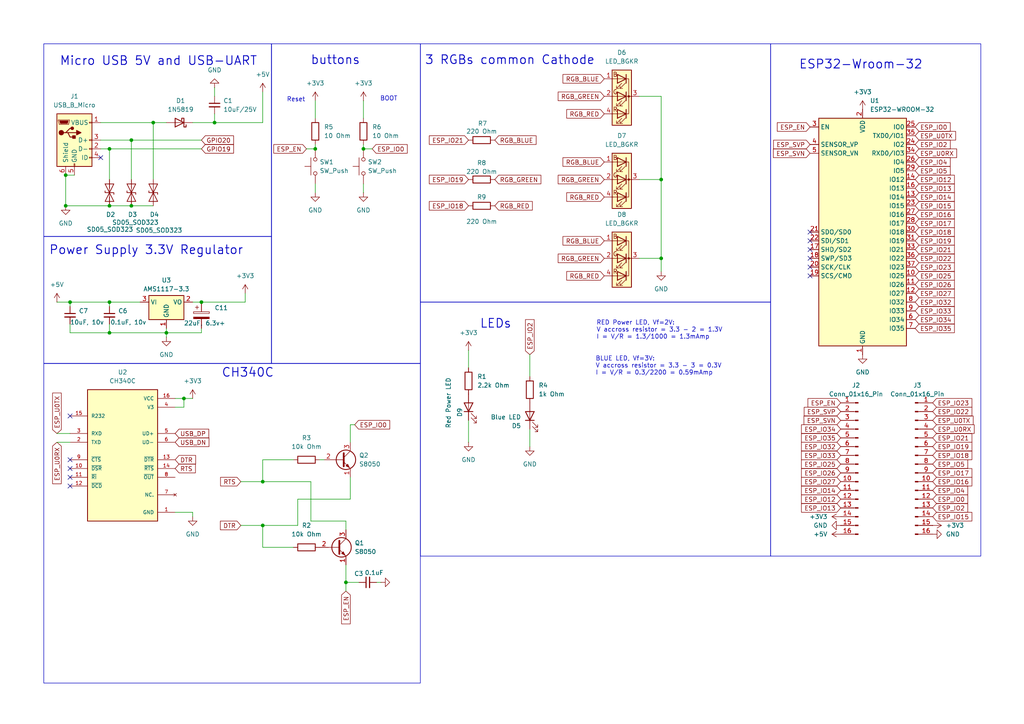
<source format=kicad_sch>
(kicad_sch (version 20250114) (generator "eeschema") (generator_version "9.0")
  (paper "A4")
  (title_block (title "customESP32S by Eng/Ahmed Adel") (date "2025-09-23") (rev "V1_1"))
  (lib_symbols
    (symbol "CH340C:CH340C" (pin_names (offset 1.016))
      (property "Reference" "U" (at -10.16 20.955 0))
      (property "Value" "CH340C" (at -10.16 -20.32 0))
      (symbol "CH340C_0_0"
        (pin input line (at -15.24 12.7 0) (length 5.08) (name "R232") (number "15"))
        (pin input line (at -15.24 7.62 0) (length 5.08) (name "RXD") (number "3"))
        (pin output line (at -15.24 5.08 0) (length 5.08) (name "TXD") (number "2"))
        (pin input line (at -15.24 0 0) (length 5.08) (name "~{CTS}") (number "9"))
        (pin input line (at -15.24 -2.54 0) (length 5.08) (name "~{DSR}") (number "10"))
        (pin input line (at -15.24 -5.08 0) (length 5.08) (name "~{RI}") (number "11"))
        (pin input line (at -15.24 -7.62 0) (length 5.08) (name "~{DCD}") (number "12"))
        (pin power_in line (at 15.24 17.78 180) (length 5.08) (name "VCC") (number "16"))
        (pin power_in line (at 15.24 15.24 180) (length 5.08) (name "V3") (number "4"))
        (pin bidirectional line (at 15.24 7.62 180) (length 5.08) (name "UD+") (number "5"))
        (pin bidirectional line (at 15.24 5.08 180) (length 5.08) (name "UD-") (number "6"))
        (pin output line (at 15.24 0 180) (length 5.08) (name "~{DTR}") (number "13"))
        (pin output line (at 15.24 -2.54 180) (length 5.08) (name "~{RTS}") (number "14"))
        (pin output line (at 15.24 -5.08 180) (length 5.08) (name "~{OUT}") (number "8"))
        (pin no_connect line (at 15.24 -10.16 180) (length 5.08) (name "NC.") (number "7"))
        (pin power_in line (at 15.24 -15.24 180) (length 5.08) (name "GND") (number "1"))
      )
    )
    (symbol "Connector:Conn_01x16_Pin" (pin_names (offset 1.016) (hide yes))
      (property "Reference" "J" (at 0 20.32 0))
      (property "Value" "Conn_01x16_Pin" (at 0 -22.86 0))
      (symbol "Conn_01x16_Pin_1_1"
        (pin passive line (at 5.08 17.78 180) (length 3.81) (name "Pin_1") (number "1"))
        (pin passive line (at 5.08 15.24 180) (length 3.81) (name "Pin_2") (number "2"))
        (pin passive line (at 5.08 12.7 180) (length 3.81) (name "Pin_3") (number "3"))
        (pin passive line (at 5.08 10.16 180) (length 3.81) (name "Pin_4") (number "4"))
        (pin passive line (at 5.08 7.62 180) (length 3.81) (name "Pin_5") (number "5"))
        (pin passive line (at 5.08 5.08 180) (length 3.81) (name "Pin_6") (number "6"))
        (pin passive line (at 5.08 2.54 180) (length 3.81) (name "Pin_7") (number "7"))
        (pin passive line (at 5.08 0 180) (length 3.81) (name "Pin_8") (number "8"))
        (pin passive line (at 5.08 -2.54 180) (length 3.81) (name "Pin_9") (number "9"))
        (pin passive line (at 5.08 -5.08 180) (length 3.81) (name "Pin_10") (number "10"))
        (pin passive line (at 5.08 -7.62 180) (length 3.81) (name "Pin_11") (number "11"))
        (pin passive line (at 5.08 -10.16 180) (length 3.81) (name "Pin_12") (number "12"))
        (pin passive line (at 5.08 -12.7 180) (length 3.81) (name "Pin_13") (number "13"))
        (pin passive line (at 5.08 -15.24 180) (length 3.81) (name "Pin_14") (number "14"))
        (pin passive line (at 5.08 -17.78 180) (length 3.81) (name "Pin_15") (number "15"))
        (pin passive line (at 5.08 -20.32 180) (length 3.81) (name "Pin_16") (number "16"))
      )
    )
    (symbol "Connector:USB_B_Micro" (pin_names (offset 1.016))
      (property "Reference" "J" (at -5.08 11.43 0))
      (property "Value" "USB_B_Micro" (at -5.08 8.89 0))
      (symbol "USB_B_Micro_1_1"
        (pin passive line (at -2.54 -10.16 90) (length 2.54) (name "Shield") (number "6"))
        (pin power_out line (at 0 -10.16 90) (length 2.54) (name "GND") (number "5"))
        (pin power_out line (at 7.62 5.08 180) (length 2.54) (name "VBUS") (number "1"))
        (pin bidirectional line (at 7.62 0 180) (length 2.54) (name "D+") (number "3"))
        (pin bidirectional line (at 7.62 -2.54 180) (length 2.54) (name "D-") (number "2"))
        (pin passive line (at 7.62 -5.08 180) (length 2.54) (name "ID") (number "4"))
      )
    )
    (symbol "Device:C_Polarized" (pin_numbers (hide yes)) (pin_names (offset 0.254))
      (property "Reference" "C" (at 0.635 2.54 0))
      (property "Value" "C_Polarized" (at 0.635 -2.54 0))
      (symbol "C_Polarized_1_1"
        (pin passive line (at 0 3.81 270) (length 2.794) (name "~") (number "1"))
        (pin passive line (at 0 -3.81 90) (length 2.794) (name "~") (number "2"))
      )
    )
    (symbol "Device:C_Small" (pin_numbers (hide yes)) (pin_names (offset 0.254) (hide yes))
      (property "Reference" "C" (at 0.254 1.778 0))
      (property "Value" "C_Small" (at 0.254 -2.032 0))
      (symbol "C_Small_1_1"
        (pin passive line (at 0 2.54 270) (length 2.032) (name "~") (number "1"))
        (pin passive line (at 0 -2.54 90) (length 2.032) (name "~") (number "2"))
      )
    )
    (symbol "Device:LED" (pin_numbers (hide yes)) (pin_names (offset 1.016) (hide yes))
      (property "Reference" "D" (at 0 2.54 0))
      (property "Value" "LED" (at 0 -2.54 0))
      (symbol "LED_1_1"
        (pin passive line (at -3.81 0 0) (length 2.54) (name "K") (number "1"))
        (pin passive line (at 3.81 0 180) (length 2.54) (name "A") (number "2"))
      )
    )
    (symbol "Device:LED_BGKR" (pin_names (offset 0) (hide yes))
      (property "Reference" "D" (at 0 9.398 0))
      (property "Value" "LED_BGKR" (at 0 -8.89 0))
      (symbol "LED_BGKR_0_0"
        (text "R" (at 1.905 3.81 0) (effects (font (size 1.27 1.27))))
        (text "G" (at 1.905 -1.27 0) (effects (font (size 1.27 1.27))))
        (text "B" (at 1.905 -6.35 0) (effects (font (size 1.27 1.27))))
      )
      (symbol "LED_BGKR_1_1"
        (pin passive line (at -5.08 0 0) (length 2.54) (name "K") (number "3"))
        (pin passive line (at 5.08 5.08 180) (length 2.54) (name "RA") (number "4"))
        (pin passive line (at 5.08 0 180) (length 2.54) (name "GA") (number "2"))
        (pin passive line (at 5.08 -5.08 180) (length 2.54) (name "BA") (number "1"))
      )
    )
    (symbol "Device:R" (pin_numbers (hide yes)) (pin_names (offset 0))
      (property "Reference" "R" (at 2.032 0 90))
      (property "Value" "R" (at 0 0 90))
      (symbol "R_1_1"
        (pin passive line (at 0 3.81 270) (length 1.27) (name "~") (number "1"))
        (pin passive line (at 0 -3.81 90) (length 1.27) (name "~") (number "2"))
      )
    )
    (symbol "Diode:1N5819" (pin_numbers (hide yes)) (pin_names (offset 1.016) (hide yes))
      (property "Reference" "D" (at 0 2.54 0))
      (property "Value" "1N5819" (at 0 -2.54 0))
      (symbol "1N5819_1_1"
        (pin passive line (at -3.81 0 0) (length 2.54) (name "K") (number "1"))
        (pin passive line (at 3.81 0 180) (length 2.54) (name "A") (number "2"))
      )
    )
    (symbol "Diode:SD05_SOD323" (pin_numbers (hide yes)) (pin_names (offset 1.016) (hide yes))
      (property "Reference" "D" (at 0 2.54 0))
      (property "Value" "SD05_SOD323" (at 0 -2.54 0))
      (symbol "SD05_SOD323_1_1"
        (pin passive line (at -3.81 0 0) (length 2.54) (name "A1") (number "1"))
        (pin passive line (at 3.81 0 180) (length 2.54) (name "A2") (number "2"))
      )
    )
    (symbol "RF_Module:ESP32-WROOM-32"
      (property "Reference" "U" (at -12.7 34.29 0))
      (property "Value" "ESP32-WROOM-32" (at 1.27 34.29 0))
      (symbol "ESP32-WROOM-32_1_1"
        (pin input line (at -15.24 30.48 0) (length 2.54) (name "EN") (number "3"))
        (pin input line (at -15.24 25.4 0) (length 2.54) (name "SENSOR_VP") (number "4"))
        (pin input line (at -15.24 22.86 0) (length 2.54) (name "SENSOR_VN") (number "5"))
        (pin bidirectional line (at -15.24 0 0) (length 2.54) (name "SDO/SD0") (number "21"))
        (pin bidirectional line (at -15.24 -2.54 0) (length 2.54) (name "SDI/SD1") (number "22"))
        (pin bidirectional line (at -15.24 -5.08 0) (length 2.54) (name "SHD/SD2") (number "17"))
        (pin bidirectional line (at -15.24 -7.62 0) (length 2.54) (name "SWP/SD3") (number "18"))
        (pin bidirectional line (at -15.24 -10.16 0) (length 2.54) (name "SCK/CLK") (number "20"))
        (pin bidirectional line (at -15.24 -12.7 0) (length 2.54) (name "SCS/CMD") (number "19"))
        (pin no_connect line (at -12.7 -27.94 0) (length 2.54) (hide yes) (name "NC") (number "32"))
        (pin power_in line (at 0 35.56 270) (length 2.54) (name "VDD") (number "2"))
        (pin power_in line (at 0 -35.56 90) (length 2.54) (name "GND") (number "1"))
        (pin passive line (at 0 -35.56 90) (length 2.54) (hide yes) (name "GND") (number "15"))
        (pin passive line (at 0 -35.56 90) (length 2.54) (hide yes) (name "GND") (number "38"))
        (pin passive line (at 0 -35.56 90) (length 2.54) (hide yes) (name "GND") (number "39"))
        (pin bidirectional line (at 15.24 30.48 180) (length 2.54) (name "IO0") (number "25"))
        (pin bidirectional line (at 15.24 27.94 180) (length 2.54) (name "TXD0/IO1") (number "35"))
        (pin bidirectional line (at 15.24 25.4 180) (length 2.54) (name "IO2") (number "24"))
        (pin bidirectional line (at 15.24 22.86 180) (length 2.54) (name "RXD0/IO3") (number "34"))
        (pin bidirectional line (at 15.24 20.32 180) (length 2.54) (name "IO4") (number "26"))
        (pin bidirectional line (at 15.24 17.78 180) (length 2.54) (name "IO5") (number "29"))
        (pin bidirectional line (at 15.24 15.24 180) (length 2.54) (name "IO12") (number "14"))
        (pin bidirectional line (at 15.24 12.7 180) (length 2.54) (name "IO13") (number "16"))
        (pin bidirectional line (at 15.24 10.16 180) (length 2.54) (name "IO14") (number "13"))
        (pin bidirectional line (at 15.24 7.62 180) (length 2.54) (name "IO15") (number "23"))
        (pin bidirectional line (at 15.24 5.08 180) (length 2.54) (name "IO16") (number "27"))
        (pin bidirectional line (at 15.24 2.54 180) (length 2.54) (name "IO17") (number "28"))
        (pin bidirectional line (at 15.24 0 180) (length 2.54) (name "IO18") (number "30"))
        (pin bidirectional line (at 15.24 -2.54 180) (length 2.54) (name "IO19") (number "31"))
        (pin bidirectional line (at 15.24 -5.08 180) (length 2.54) (name "IO21") (number "33"))
        (pin bidirectional line (at 15.24 -7.62 180) (length 2.54) (name "IO22") (number "36"))
        (pin bidirectional line (at 15.24 -10.16 180) (length 2.54) (name "IO23") (number "37"))
        (pin bidirectional line (at 15.24 -12.7 180) (length 2.54) (name "IO25") (number "10"))
        (pin bidirectional line (at 15.24 -15.24 180) (length 2.54) (name "IO26") (number "11"))
        (pin bidirectional line (at 15.24 -17.78 180) (length 2.54) (name "IO27") (number "12"))
        (pin bidirectional line (at 15.24 -20.32 180) (length 2.54) (name "IO32") (number "8"))
        (pin bidirectional line (at 15.24 -22.86 180) (length 2.54) (name "IO33") (number "9"))
        (pin input line (at 15.24 -25.4 180) (length 2.54) (name "IO34") (number "6"))
        (pin input line (at 15.24 -27.94 180) (length 2.54) (name "IO35") (number "7"))
      )
    )
    (symbol "Regulator_Linear:AMS1117-3.3"
      (property "Reference" "U" (at -3.81 3.175 0))
      (property "Value" "AMS1117-3.3" (at 0 3.175 0))
      (symbol "AMS1117-3.3_1_1"
        (pin power_in line (at -7.62 0 0) (length 2.54) (name "VI") (number "3"))
        (pin power_in line (at 0 -7.62 90) (length 2.54) (name "GND") (number "1"))
        (pin power_out line (at 7.62 0 180) (length 2.54) (name "VO") (number "2"))
      )
    )
    (symbol "Switch:SW_Push" (pin_numbers (hide yes)) (pin_names (offset 1.016) (hide yes))
      (property "Reference" "SW" (at 1.27 2.54 0))
      (property "Value" "SW_Push" (at 0 -1.524 0))
      (symbol "SW_Push_0_1"
        (pin passive line (at -5.08 0 0) (length 2.54) (name "1") (number "1"))
        (pin passive line (at 5.08 0 180) (length 2.54) (name "2") (number "2"))
      )
    )
    (symbol "Transistor_BJT:S8050" (pin_names (offset 0) (hide yes))
      (property "Reference" "Q" (at 5.08 1.905 0))
      (property "Value" "S8050" (at 5.08 0 0))
      (symbol "S8050_1_1"
        (pin input line (at -5.08 0 0) (length 2.54) (name "B") (number "2"))
        (pin passive line (at 2.54 5.08 270) (length 2.54) (name "C") (number "3"))
        (pin passive line (at 2.54 -5.08 90) (length 2.54) (name "E") (number "1"))
      )
    )
    (symbol "power:+3V3" (power) (pin_numbers (hide yes)) (pin_names (offset 0) (hide yes))
      (property "Value" "+3V3" (at 0 3.556 0))
      (symbol "+3V3_1_1"
        (pin power_in line (at 0 0 90) (length 0) (name "~") (number "1"))
      )
    )
    (symbol "power:+5V" (power) (pin_numbers (hide yes)) (pin_names (offset 0) (hide yes))
      (property "Value" "+5V" (at 0 3.556 0))
      (symbol "+5V_1_1"
        (pin power_in line (at 0 0 90) (length 0) (name "~") (number "1"))
      )
    )
    (symbol "power:GND" (power) (pin_numbers (hide yes)) (pin_names (offset 0) (hide yes))
      (property "Value" "GND" (at 0 -3.81 0))
      (symbol "GND_1_1"
        (pin power_in line (at 0 0 270) (length 0) (name "~") (number "1"))
      )
    )
  )
  (rectangle (start 78.74 12.7) (end 121.92 105.41))
  (rectangle (start 12.7 105.41) (end 121.92 198.12))
  (rectangle (start 223.52 12.7) (end 284.48 161.29))
  (rectangle (start 12.7 12.7) (end 78.74 68.58))
  (rectangle (start 121.92 87.63) (end 223.52 161.29))
  (rectangle (start 12.7 68.58) (end 78.74 105.41))
  (rectangle (start 121.92 12.7) (end 223.52 87.63))
  (text "3 RGBs common Cathode " (at 148.844 17.526 0) (effects (font (size 2.54 2.54) (thickness 0.254) (bold yes))))
  (text "buttons" (at 97.282 17.526 0) (effects (font (size 2.54 2.54) (thickness 0.254) (bold yes))))
  (text "BOOT\n" (at 112.776 28.702 0) (effects (font (size 1.27 1.27))))
  (text "Power Supply 3.3V Regulator\n" (at 42.418 72.644 0) (effects (font (size 2.54 2.54) (thickness 0.254) (bold yes))))
  (text "LEDs" (at 143.764 93.98 0) (effects (font (size 2.54 2.54) (thickness 0.254) (bold yes))))
  (text "ESP32-Wroom-32\n" (at 249.682 18.796 0) (effects (font (size 2.54 2.54) (thickness 0.254) (bold yes))))
  (text "Reset\n" (at 85.852 28.956 0) (effects (font (size 1.27 1.27))))
  (text "BLUE LED, Vf=3V:\nV accross resistor = 3.3 - 3 = 0.3V\nI = V/R = 0.3/2200 = 0.59mAmp" (at 172.72 106.172 0) (effects (font (size 1.27 1.27)) (justify left)))
  (text "Micro USB 5V and USB-UART" (at 45.974 17.78 0) (effects (font (size 2.54 2.54) (thickness 0.254) (bold yes))))
  (text "CH340C\n" (at 71.882 108.204 0) (effects (font (size 2.54 2.54) (thickness 0.254) (bold yes))))
  (text "RED Power LED, Vf=2V:\nV accross resistor = 3.3 - 2 = 1.3V\nI = V/R = 1.3/1000 = 1.3mAmp" (at 172.974 95.758 0) (effects (font (size 1.27 1.27)) (justify left)))
  (junction (at 105.41 43.18))
  (junction (at 38.1 59.69))
  (junction (at 100.33 168.91))
  (junction (at 62.23 35.56))
  (junction (at 53.34 115.57))
  (junction (at 31.75 59.69))
  (junction (at 76.2 139.7))
  (junction (at 191.77 52.07))
  (junction (at 31.75 96.52))
  (junction (at 76.2 152.4))
  (junction (at 31.75 43.18))
  (junction (at 20.32 87.63))
  (junction (at 48.26 96.52))
  (junction (at 19.05 50.8))
  (junction (at 44.45 35.56))
  (junction (at 31.75 87.63))
  (junction (at 191.77 74.93))
  (junction (at 38.1 40.64))
  (junction (at 91.44 43.18))
  (junction (at 19.05 59.69))
  (junction (at 58.42 87.63))
  (no_connect (at 20.32 138.43))
  (no_connect (at 234.95 67.31))
  (no_connect (at 234.95 74.93))
  (no_connect (at 234.95 72.39))
  (no_connect (at 29.21 45.72))
  (no_connect (at 234.95 69.85))
  (no_connect (at 20.32 133.35))
  (no_connect (at 20.32 135.89))
  (no_connect (at 234.95 80.01))
  (no_connect (at 20.32 120.65))
  (no_connect (at 234.95 77.47))
  (no_connect (at 20.32 140.97))
  (wire (pts (xy 31.75 43.18) (xy 29.21 43.18)))
  (wire (pts (xy 20.32 87.63) (xy 31.75 87.63)))
  (wire (pts (xy 100.33 163.83) (xy 100.33 168.91)))
  (wire (pts (xy 50.8 118.11) (xy 53.34 118.11)))
  (wire (pts (xy 135.89 101.6) (xy 135.89 106.68)))
  (wire (pts (xy 100.33 153.67) (xy 100.33 151.13)))
  (wire (pts (xy 191.77 27.94) (xy 191.77 52.07)))
  (wire (pts (xy 76.2 152.4) (xy 76.2 158.75)))
  (wire (pts (xy 76.2 35.56) (xy 76.2 26.67)))
  (wire (pts (xy 91.44 29.21) (xy 91.44 34.29)))
  (wire (pts (xy 62.23 25.4) (xy 62.23 27.94)))
  (wire (pts (xy 44.45 52.07) (xy 44.45 35.56)))
  (wire (pts (xy 38.1 40.64) (xy 38.1 52.07)))
  (wire (pts (xy 71.12 87.63) (xy 71.12 85.09)))
  (wire (pts (xy 100.33 151.13) (xy 90.17 151.13)))
  (wire (pts (xy 101.6 123.19) (xy 101.6 128.27)))
  (wire (pts (xy 101.6 144.78) (xy 86.36 144.78)))
  (wire (pts (xy 91.44 41.91) (xy 91.44 43.18)))
  (wire (pts (xy 185.42 27.94) (xy 191.77 27.94)))
  (wire (pts (xy 58.42 96.52) (xy 58.42 95.25)))
  (wire (pts (xy 55.88 35.56) (xy 62.23 35.56)))
  (wire (pts (xy 69.85 152.4) (xy 76.2 152.4)))
  (wire (pts (xy 91.44 53.34) (xy 91.44 55.88)))
  (wire (pts (xy 109.22 168.91) (xy 110.49 168.91)))
  (wire (pts (xy 31.75 93.98) (xy 31.75 96.52)))
  (wire (pts (xy 38.1 40.64) (xy 58.42 40.64)))
  (wire (pts (xy 16.51 87.63) (xy 20.32 87.63)))
  (wire (pts (xy 105.41 53.34) (xy 105.41 55.88)))
  (wire (pts (xy 31.75 52.07) (xy 31.75 43.18)))
  (wire (pts (xy 31.75 43.18) (xy 58.42 43.18)))
  (wire (pts (xy 50.8 148.59) (xy 55.88 148.59)))
  (wire (pts (xy 90.17 139.7) (xy 76.2 139.7)))
  (wire (pts (xy 105.41 41.91) (xy 105.41 43.18)))
  (wire (pts (xy 31.75 59.69) (xy 38.1 59.69)))
  (wire (pts (xy 76.2 139.7) (xy 76.2 133.35)))
  (wire (pts (xy 48.26 97.79) (xy 48.26 96.52)))
  (wire (pts (xy 86.36 152.4) (xy 76.2 152.4)))
  (wire (pts (xy 31.75 87.63) (xy 40.64 87.63)))
  (wire (pts (xy 185.42 74.93) (xy 191.77 74.93)))
  (wire (pts (xy 20.32 88.9) (xy 20.32 87.63)))
  (wire (pts (xy 102.87 123.19) (xy 101.6 123.19)))
  (wire (pts (xy 55.88 87.63) (xy 58.42 87.63)))
  (wire (pts (xy 90.17 151.13) (xy 90.17 139.7)))
  (wire (pts (xy 20.32 93.98) (xy 20.32 96.52)))
  (wire (pts (xy 19.05 50.8) (xy 21.59 50.8)))
  (wire (pts (xy 55.88 148.59) (xy 55.88 149.86)))
  (wire (pts (xy 191.77 74.93) (xy 191.77 78.74)))
  (wire (pts (xy 153.67 102.87) (xy 153.67 109.22)))
  (wire (pts (xy 105.41 43.18) (xy 107.95 43.18)))
  (wire (pts (xy 48.26 35.56) (xy 44.45 35.56)))
  (wire (pts (xy 31.75 88.9) (xy 31.75 87.63)))
  (wire (pts (xy 101.6 138.43) (xy 101.6 144.78)))
  (wire (pts (xy 86.36 144.78) (xy 86.36 152.4)))
  (wire (pts (xy 29.21 35.56) (xy 44.45 35.56)))
  (wire (pts (xy 69.85 139.7) (xy 76.2 139.7)))
  (wire (pts (xy 55.88 115.57) (xy 53.34 115.57)))
  (wire (pts (xy 16.51 125.73) (xy 20.32 125.73)))
  (wire (pts (xy 62.23 35.56) (xy 76.2 35.56)))
  (wire (pts (xy 48.26 96.52) (xy 31.75 96.52)))
  (wire (pts (xy 91.44 43.18) (xy 88.9 43.18)))
  (wire (pts (xy 31.75 59.69) (xy 19.05 59.69)))
  (wire (pts (xy 100.33 168.91) (xy 100.33 171.45)))
  (wire (pts (xy 92.71 133.35) (xy 93.98 133.35)))
  (wire (pts (xy 53.34 115.57) (xy 50.8 115.57)))
  (wire (pts (xy 153.67 124.46) (xy 153.67 129.54)))
  (wire (pts (xy 29.21 40.64) (xy 38.1 40.64)))
  (wire (pts (xy 48.26 96.52) (xy 48.26 95.25)))
  (wire (pts (xy 105.41 29.21) (xy 105.41 34.29)))
  (wire (pts (xy 191.77 52.07) (xy 191.77 74.93)))
  (wire (pts (xy 53.34 118.11) (xy 53.34 115.57)))
  (wire (pts (xy 76.2 158.75) (xy 85.09 158.75)))
  (wire (pts (xy 135.89 121.92) (xy 135.89 128.27)))
  (wire (pts (xy 20.32 96.52) (xy 31.75 96.52)))
  (wire (pts (xy 16.51 128.27) (xy 20.32 128.27)))
  (wire (pts (xy 48.26 96.52) (xy 58.42 96.52)))
  (wire (pts (xy 58.42 87.63) (xy 71.12 87.63)))
  (wire (pts (xy 19.05 50.8) (xy 19.05 59.69)))
  (wire (pts (xy 38.1 59.69) (xy 44.45 59.69)))
  (wire (pts (xy 76.2 133.35) (xy 85.09 133.35)))
  (wire (pts (xy 185.42 52.07) (xy 191.77 52.07)))
  (wire (pts (xy 62.23 33.02) (xy 62.23 35.56)))
  (wire (pts (xy 100.33 168.91) (xy 104.14 168.91)))
  (global_label "ESP_IO22" (shape input) (at 265.43 74.93 0) (property "Intersheetrefs" "${INTERSHEET_REFS}" (effects (hide yes))))
  (global_label "ESP_IO5" (shape input) (at 270.51 134.62 0) (property "Intersheetrefs" "${INTERSHEET_REFS}" (effects (hide yes))))
  (global_label "ESP_IO4" (shape input) (at 270.51 142.24 0) (property "Intersheetrefs" "${INTERSHEET_REFS}" (effects (hide yes))))
  (global_label "ESP_U0RX" (shape input) (at 265.43 44.45 0) (property "Intersheetrefs" "${INTERSHEET_REFS}" (effects (hide yes))))
  (global_label "ESP_IO23" (shape input) (at 270.51 116.84 0) (property "Intersheetrefs" "${INTERSHEET_REFS}" (effects (hide yes))))
  (global_label "DTR" (shape input) (at 69.85 152.4 180) (property "Intersheetrefs" "${INTERSHEET_REFS}" (effects (hide yes))))
  (global_label "ESP_SVP" (shape input) (at 234.95 41.91 180) (property "Intersheetrefs" "${INTERSHEET_REFS}" (effects (hide yes))))
  (global_label "RGB_BLUE" (shape input) (at 175.26 46.99 180) (property "Intersheetrefs" "${INTERSHEET_REFS}" (effects (hide yes))))
  (global_label "ESP_EN" (shape input) (at 100.33 171.45 270) (property "Intersheetrefs" "${INTERSHEET_REFS}" (effects (hide yes))))
  (global_label "ESP_IO27" (shape input) (at 243.84 139.7 180) (property "Intersheetrefs" "${INTERSHEET_REFS}" (effects (hide yes))))
  (global_label "ESP_IO22" (shape input) (at 270.51 119.38 0) (property "Intersheetrefs" "${INTERSHEET_REFS}" (effects (hide yes))))
  (global_label "ESP_IO15" (shape input) (at 265.43 59.69 0) (property "Intersheetrefs" "${INTERSHEET_REFS}" (effects (hide yes))))
  (global_label "RGB_RED" (shape input) (at 175.26 57.15 180) (property "Intersheetrefs" "${INTERSHEET_REFS}" (effects (hide yes))))
  (global_label "ESP_IO32" (shape input) (at 265.43 87.63 0) (property "Intersheetrefs" "${INTERSHEET_REFS}" (effects (hide yes))))
  (global_label "ESP_IO17" (shape input) (at 265.43 64.77 0) (property "Intersheetrefs" "${INTERSHEET_REFS}" (effects (hide yes))))
  (global_label "ESP_IO35" (shape input) (at 243.84 127 180) (property "Intersheetrefs" "${INTERSHEET_REFS}" (effects (hide yes))))
  (global_label "ESP_IO0" (shape input) (at 270.51 144.78 0) (property "Intersheetrefs" "${INTERSHEET_REFS}" (effects (hide yes))))
  (global_label "ESP_IO33" (shape input) (at 243.84 132.08 180) (property "Intersheetrefs" "${INTERSHEET_REFS}" (effects (hide yes))))
  (global_label "RGB_GREEN" (shape input) (at 175.26 52.07 180) (property "Intersheetrefs" "${INTERSHEET_REFS}" (effects (hide yes))))
  (global_label "ESP_IO2" (shape input) (at 153.67 102.87 90) (property "Intersheetrefs" "${INTERSHEET_REFS}" (effects (hide yes))))
  (global_label "ESP_EN" (shape input) (at 234.95 36.83 180) (property "Intersheetrefs" "${INTERSHEET_REFS}" (effects (hide yes))))
  (global_label "ESP_IO21" (shape input) (at 265.43 72.39 0) (property "Intersheetrefs" "${INTERSHEET_REFS}" (effects (hide yes))))
  (global_label "ESP_IO34" (shape input) (at 265.43 92.71 0) (property "Intersheetrefs" "${INTERSHEET_REFS}" (effects (hide yes))))
  (global_label "ESP_IO13" (shape input) (at 243.84 147.32 180) (property "Intersheetrefs" "${INTERSHEET_REFS}" (effects (hide yes))))
  (global_label "RGB_RED" (shape input) (at 175.26 33.02 180) (property "Intersheetrefs" "${INTERSHEET_REFS}" (effects (hide yes))))
  (global_label "ESP_IO35" (shape input) (at 265.43 95.25 0) (property "Intersheetrefs" "${INTERSHEET_REFS}" (effects (hide yes))))
  (global_label "ESP_U0RX" (shape input) (at 16.51 128.27 270) (property "Intersheetrefs" "${INTERSHEET_REFS}" (effects (hide yes))))
  (global_label "ESP_IO26" (shape input) (at 265.43 82.55 0) (property "Intersheetrefs" "${INTERSHEET_REFS}" (effects (hide yes))))
  (global_label "ESP_IO18" (shape input) (at 135.89 59.69 180) (property "Intersheetrefs" "${INTERSHEET_REFS}" (effects (hide yes))))
  (global_label "ESP_IO21" (shape input) (at 135.89 40.64 180) (property "Intersheetrefs" "${INTERSHEET_REFS}" (effects (hide yes))))
  (global_label "RGB_GREEN" (shape input) (at 143.51 52.07 0) (property "Intersheetrefs" "${INTERSHEET_REFS}" (effects (hide yes))))
  (global_label "ESP_IO23" (shape input) (at 265.43 77.47 0) (property "Intersheetrefs" "${INTERSHEET_REFS}" (effects (hide yes))))
  (global_label "USB_DP" (shape input) (at 50.8 125.73 0) (effects (font (thickness 0.1588))) (property "Intersheetrefs" "${INTERSHEET_REFS}" (effects (hide yes))))
  (global_label "RGB_GREEN" (shape input) (at 175.26 27.94 180) (property "Intersheetrefs" "${INTERSHEET_REFS}" (effects (hide yes))))
  (global_label "ESP_IO33" (shape input) (at 265.43 90.17 0) (property "Intersheetrefs" "${INTERSHEET_REFS}" (effects (hide yes))))
  (global_label "GPIO20" (shape input) (at 58.42 40.64 0) (effects (font (thickness 0.1588))) (property "Intersheetrefs" "${INTERSHEET_REFS}" (effects (hide yes))))
  (global_label "RGB_BLUE" (shape input) (at 175.26 22.86 180) (property "Intersheetrefs" "${INTERSHEET_REFS}" (effects (hide yes))))
  (global_label "ESP_EN" (shape input) (at 243.84 116.84 180) (property "Intersheetrefs" "${INTERSHEET_REFS}" (effects (hide yes))))
  (global_label "GPIO19" (shape input) (at 58.42 43.18 0) (effects (font (thickness 0.1588))) (property "Intersheetrefs" "${INTERSHEET_REFS}" (effects (hide yes))))
  (global_label "ESP_IO17" (shape input) (at 270.51 137.16 0) (property "Intersheetrefs" "${INTERSHEET_REFS}" (effects (hide yes))))
  (global_label "RTS" (shape input) (at 69.85 139.7 180) (property "Intersheetrefs" "${INTERSHEET_REFS}" (effects (hide yes))))
  (global_label "ESP_IO34" (shape input) (at 243.84 124.46 180) (property "Intersheetrefs" "${INTERSHEET_REFS}" (effects (hide yes))))
  (global_label "ESP_SVN" (shape input) (at 243.84 121.92 180) (property "Intersheetrefs" "${INTERSHEET_REFS}" (effects (hide yes))))
  (global_label "ESP_U0TX" (shape input) (at 265.43 39.37 0) (property "Intersheetrefs" "${INTERSHEET_REFS}" (effects (hide yes))))
  (global_label "ESP_IO27" (shape input) (at 265.43 85.09 0) (property "Intersheetrefs" "${INTERSHEET_REFS}" (effects (hide yes))))
  (global_label "ESP_IO14" (shape input) (at 243.84 142.24 180) (property "Intersheetrefs" "${INTERSHEET_REFS}" (effects (hide yes))))
  (global_label "USB_DN" (shape input) (at 50.8 128.27 0) (effects (font (thickness 0.1588))) (property "Intersheetrefs" "${INTERSHEET_REFS}" (effects (hide yes))))
  (global_label "ESP_IO12" (shape input) (at 243.84 144.78 180) (property "Intersheetrefs" "${INTERSHEET_REFS}" (effects (hide yes))))
  (global_label "ESP_U0RX" (shape input) (at 270.51 124.46 0) (property "Intersheetrefs" "${INTERSHEET_REFS}" (effects (hide yes))))
  (global_label "RGB_BLUE" (shape input) (at 175.26 69.85 180) (property "Intersheetrefs" "${INTERSHEET_REFS}" (effects (hide yes))))
  (global_label "ESP_SVN" (shape input) (at 234.95 44.45 180) (property "Intersheetrefs" "${INTERSHEET_REFS}" (effects (hide yes))))
  (global_label "ESP_U0TX" (shape input) (at 16.51 125.73 90) (property "Intersheetrefs" "${INTERSHEET_REFS}" (effects (hide yes))))
  (global_label "ESP_IO14" (shape input) (at 265.43 57.15 0) (property "Intersheetrefs" "${INTERSHEET_REFS}" (effects (hide yes))))
  (global_label "ESP_IO13" (shape input) (at 265.43 54.61 0) (property "Intersheetrefs" "${INTERSHEET_REFS}" (effects (hide yes))))
  (global_label "RGB_GREEN" (shape input) (at 175.26 74.93 180) (property "Intersheetrefs" "${INTERSHEET_REFS}" (effects (hide yes))))
  (global_label "ESP_IO26" (shape input) (at 243.84 137.16 180) (property "Intersheetrefs" "${INTERSHEET_REFS}" (effects (hide yes))))
  (global_label "ESP_SVP" (shape input) (at 243.84 119.38 180) (property "Intersheetrefs" "${INTERSHEET_REFS}" (effects (hide yes))))
  (global_label "ESP_IO19" (shape input) (at 135.89 52.07 180) (property "Intersheetrefs" "${INTERSHEET_REFS}" (effects (hide yes))))
  (global_label "RGB_BLUE" (shape input) (at 143.51 40.64 0) (property "Intersheetrefs" "${INTERSHEET_REFS}" (effects (hide yes))))
  (global_label "ESP_IO16" (shape input) (at 265.43 62.23 0) (property "Intersheetrefs" "${INTERSHEET_REFS}" (effects (hide yes))))
  (global_label "RTS" (shape input) (at 50.8 135.89 0) (property "Intersheetrefs" "${INTERSHEET_REFS}" (effects (hide yes))))
  (global_label "ESP_EN" (shape input) (at 88.9 43.18 180) (property "Intersheetrefs" "${INTERSHEET_REFS}" (effects (hide yes))))
  (global_label "ESP_IO4" (shape input) (at 265.43 46.99 0) (property "Intersheetrefs" "${INTERSHEET_REFS}" (effects (hide yes))))
  (global_label "ESP_IO2" (shape input) (at 265.43 41.91 0) (property "Intersheetrefs" "${INTERSHEET_REFS}" (effects (hide yes))))
  (global_label "ESP_IO18" (shape input) (at 265.43 67.31 0) (property "Intersheetrefs" "${INTERSHEET_REFS}" (effects (hide yes))))
  (global_label "ESP_IO16" (shape input) (at 270.51 139.7 0) (property "Intersheetrefs" "${INTERSHEET_REFS}" (effects (hide yes))))
  (global_label "RGB_RED" (shape input) (at 175.26 80.01 180) (property "Intersheetrefs" "${INTERSHEET_REFS}" (effects (hide yes))))
  (global_label "ESP_IO32" (shape input) (at 243.84 129.54 180) (property "Intersheetrefs" "${INTERSHEET_REFS}" (effects (hide yes))))
  (global_label "ESP_IO15" (shape input) (at 270.51 149.86 0) (property "Intersheetrefs" "${INTERSHEET_REFS}" (effects (hide yes))))
  (global_label "ESP_IO25" (shape input) (at 243.84 134.62 180) (property "Intersheetrefs" "${INTERSHEET_REFS}" (effects (hide yes))))
  (global_label "ESP_IO0" (shape input) (at 265.43 36.83 0) (property "Intersheetrefs" "${INTERSHEET_REFS}" (effects (hide yes))))
  (global_label "ESP_IO0" (shape input) (at 107.95 43.18 0) (property "Intersheetrefs" "${INTERSHEET_REFS}" (effects (hide yes))))
  (global_label "ESP_IO12" (shape input) (at 265.43 52.07 0) (property "Intersheetrefs" "${INTERSHEET_REFS}" (effects (hide yes))))
  (global_label "ESP_IO2" (shape input) (at 270.51 147.32 0) (property "Intersheetrefs" "${INTERSHEET_REFS}" (effects (hide yes))))
  (global_label "ESP_IO19" (shape input) (at 265.43 69.85 0) (property "Intersheetrefs" "${INTERSHEET_REFS}" (effects (hide yes))))
  (global_label "RGB_RED" (shape input) (at 143.51 59.69 0) (property "Intersheetrefs" "${INTERSHEET_REFS}" (effects (hide yes))))
  (global_label "ESP_IO5" (shape input) (at 265.43 49.53 0) (property "Intersheetrefs" "${INTERSHEET_REFS}" (effects (hide yes))))
  (global_label "ESP_U0TX" (shape input) (at 270.51 121.92 0) (property "Intersheetrefs" "${INTERSHEET_REFS}" (effects (hide yes))))
  (global_label "ESP_IO25" (shape input) (at 265.43 80.01 0) (property "Intersheetrefs" "${INTERSHEET_REFS}" (effects (hide yes))))
  (global_label "ESP_IO19" (shape input) (at 270.51 129.54 0) (property "Intersheetrefs" "${INTERSHEET_REFS}" (effects (hide yes))))
  (global_label "ESP_IO21" (shape input) (at 270.51 127 0) (property "Intersheetrefs" "${INTERSHEET_REFS}" (effects (hide yes))))
  (global_label "ESP_IO0" (shape input) (at 102.87 123.19 0) (property "Intersheetrefs" "${INTERSHEET_REFS}" (effects (hide yes))))
  (global_label "DTR" (shape input) (at 50.8 133.35 0) (property "Intersheetrefs" "${INTERSHEET_REFS}" (effects (hide yes))))
  (global_label "ESP_IO18" (shape input) (at 270.51 132.08 0) (property "Intersheetrefs" "${INTERSHEET_REFS}" (effects (hide yes))))
  (symbol (lib_id "power:GND") (at 48.26 97.79 0) (unit 1)
    (property "Reference" "#PWR016" (effects (hide yes)))
    (property "Value" "GND" (at 48.26 102.87 0))
    (property "Description" "Power symbol creates a global label with name \"GND\" , ground" (effects (hide yes)))
  )
  (symbol (lib_id "Device:LED_BGKR") (at 180.34 74.93 180) (unit 1)
    (property "Reference" "D8" (at 180.34 62.23 0))
    (property "Value" "LED_BGKR" (at 180.34 64.77 0))
    (property "Datasheet" "https://store.fut-electronics.com/products/rgb-led?srsltid=AfmBOooZP1V71AHF-daqXzpmTt1AvNLOYWIVq8a1TOzvt7hQ-MHgxbm1" (effects (hide yes)))
    (property "Description" "RGB LED, blue/green/cathode/red" (effects (hide yes)))
  )
  (symbol (lib_id "Device:R") (at 139.7 59.69 90) (unit 1)
    (property "Reference" "R9" (at 139.7 57.15 90))
    (property "Value" "220 Ohm" (at 139.7 64.262 90))
    (property "Description" "Resistor" (effects (hide yes)))
  )
  (symbol (lib_id "Device:C_Polarized") (at 58.42 91.44 0) (unit 1)
    (property "Reference" "C11" (at 62.23 89.2809 0) (effects (justify left)))
    (property "Value" "22uF, 6.3v+" (at 53.34 93.726 0) (effects (justify left)))
    (property "Description" "Polarized capacitor" (effects (hide yes)))
  )
  (symbol (lib_id "Device:R") (at 105.41 38.1 180) (unit 1)
    (property "Reference" "R6" (at 107.95 36.8299 0) (effects (justify right)))
    (property "Value" "10 Ohm" (at 107.95 39.3699 0) (effects (justify right)))
    (property "Description" "Resistor" (effects (hide yes)))
  )
  (symbol (lib_id "power:GND") (at 110.49 168.91 90) (unit 1)
    (property "Reference" "#PWR06" (effects (hide yes)))
    (property "Value" "GND" (effects (hide yes)))
    (property "Description" "Power symbol creates a global label with name \"GND\" , ground" (effects (hide yes)))
  )
  (symbol (lib_id "power:+3V3") (at 71.12 85.09 0) (unit 1)
    (property "Reference" "#PWR017" (effects (hide yes)))
    (property "Value" "+3V3" (at 71.12 80.01 0))
    (property "Description" "Power symbol creates a global label with name \"+3V3\"" (effects (hide yes)))
  )
  (symbol (lib_id "power:GND") (at 135.89 128.27 0) (unit 1)
    (property "Reference" "#PWR018" (effects (hide yes)))
    (property "Value" "GND" (at 135.89 133.35 0))
    (property "Description" "Power symbol creates a global label with name \"GND\" , ground" (effects (hide yes)))
  )
  (symbol (lib_id "power:GND") (at 62.23 25.4 180) (unit 1)
    (property "Reference" "#PWR02" (effects (hide yes)))
    (property "Value" "GND" (at 62.23 20.32 0))
    (property "Description" "Power symbol creates a global label with name \"GND\" , ground" (effects (hide yes)))
  )
  (symbol (lib_id "Device:R") (at 91.44 38.1 180) (unit 1)
    (property "Reference" "R5" (at 93.98 36.8299 0) (effects (justify right)))
    (property "Value" "10 Ohm" (at 93.98 39.3699 0) (effects (justify right)))
    (property "Description" "Resistor" (effects (hide yes)))
  )
  (symbol (lib_id "Regulator_Linear:AMS1117-3.3") (at 48.26 87.63 0) (unit 1)
    (property "Reference" "U3" (at 48.26 81.28 0))
    (property "Value" "AMS1117-3.3" (at 48.26 83.82 0))
    (property "Footprint" "Package_TO_SOT_SMD:SOT-223-3_TabPin2" (effects (hide yes)))
    (property "Datasheet" "http://www.advanced-monolithic.com/pdf/ds1117.pdf" (effects (hide yes)))
    (property "Description" "1A Low Dropout regulator, positive, 3.3V fixed output, SOT-223" (effects (hide yes)))
  )
  (symbol (lib_id "Device:R") (at 88.9 133.35 90) (unit 1)
    (property "Reference" "R3" (at 88.9 127 90))
    (property "Value" "10k Ohm" (at 88.9 129.54 90))
    (property "Description" "Resistor" (effects (hide yes)))
  )
  (symbol (lib_id "Connector:USB_B_Micro") (at 21.59 40.64 0) (unit 1)
    (property "Reference" "J1" (at 21.59 27.94 0))
    (property "Value" "USB_B_Micro" (at 21.59 30.48 0))
    (property "Description" "USB Micro Type B connector" (effects (hide yes)))
  )
  (symbol (lib_id "Connector:Conn_01x16_Pin") (at 248.92 134.62 0) (mirror y) (unit 1)
    (property "Reference" "J2" (at 248.285 111.76 0))
    (property "Value" "Conn_01x16_Pin" (at 248.285 114.3 0))
    (property "Description" "Generic connector, single row, 01x16, script generated" (effects (hide yes)))
  )
  (symbol (lib_id "Diode:1N5819") (at 52.07 35.56 180) (unit 1)
    (property "Reference" "D1" (at 52.3875 29.21 0))
    (property "Value" "1N5819" (at 52.3875 31.75 0))
    (property "Footprint" "Diode_THT:D_DO-41_SOD81_P10.16mm_Horizontal" (effects (hide yes)))
    (property "Datasheet" "http://www.vishay.com/docs/88525/1n5817.pdf" (effects (hide yes)))
    (property "Description" "40V 1A Schottky Barrier Rectifier Diode, DO-41" (effects (hide yes)))
  )
  (symbol (lib_id "RF_Module:ESP32-WROOM-32") (at 250.19 67.31 0) (unit 1)
    (property "Reference" "U1" (at 252.3333 29.21 0) (effects (justify left)))
    (property "Value" "ESP32-WROOM-32" (at 252.3333 31.75 0) (effects (justify left)))
    (property "Footprint" "RF_Module:ESP32-WROOM-32" (effects (hide yes)))
    (property "Datasheet" "https://www.espressif.com/sites/default/files/documentation/esp32-wroom-32_datasheet_en.pdf" (effects (hide yes)))
    (property "Description" "RF Module, ESP32-D0WDQ6 SoC, Wi-Fi 802.11b/g/n, Bluetooth, BLE, 32-bit, 2.7-3.6V, onboard antenna, SMD" (effects (hide yes)))
  )
  (symbol (lib_id "power:+3V3") (at 135.89 101.6 0) (unit 1)
    (property "Reference" "#PWR03" (effects (hide yes)))
    (property "Value" "+3V3" (at 135.89 96.52 0))
    (property "Description" "Power symbol creates a global label with name \"+3V3\"" (effects (hide yes)))
  )
  (symbol (lib_id "power:GND") (at 105.41 55.88 0) (unit 1)
    (property "Reference" "#PWR012" (effects (hide yes)))
    (property "Value" "GND" (at 105.41 60.96 0))
    (property "Description" "Power symbol creates a global label with name \"GND\" , ground" (effects (hide yes)))
  )
  (symbol (lib_id "Switch:SW_Push") (at 91.44 48.26 90) (unit 1)
    (property "Reference" "SW1" (at 92.71 46.9899 90) (effects (justify right)))
    (property "Value" "SW_Push" (at 92.71 49.5299 90) (effects (justify right)))
    (property "Description" "Push button switch, generic, two pins" (effects (hide yes)))
  )
  (symbol (lib_id "Device:R") (at 88.9 158.75 90) (unit 1)
    (property "Reference" "R2" (at 88.9 152.4 90))
    (property "Value" "10k Ohm" (at 88.9 154.94 90))
    (property "Description" "Resistor" (effects (hide yes)))
  )
  (symbol (lib_id "Device:C_Small") (at 62.23 30.48 0) (unit 1)
    (property "Reference" "C1" (at 64.77 29.2162 0) (effects (justify left)))
    (property "Value" "10uF/25V" (at 64.77 31.7562 0) (effects (justify left)))
    (property "Datasheet" "https://lampatronics.com/product/smd-multilayer-ceramic-capacitor-0805-10610uf-25v-1pcs/" (effects (hide yes)))
    (property "Description" "Unpolarized capacitor, small symbol" (effects (hide yes)))
  )
  (symbol (lib_id "power:GND") (at 91.44 55.88 0) (unit 1)
    (property "Reference" "#PWR010" (effects (hide yes)))
    (property "Value" "GND" (at 91.44 60.96 0))
    (property "Description" "Power symbol creates a global label with name \"GND\" , ground" (effects (hide yes)))
  )
  (symbol (lib_id "Device:C_Small") (at 31.75 91.44 0) (unit 1)
    (property "Reference" "C6" (at 34.29 90.1762 0) (effects (justify left)))
    (property "Value" "0.1uF, 10v" (at 32.004 93.472 0) (effects (justify left)))
    (property "Description" "Unpolarized capacitor, small symbol" (effects (hide yes)))
  )
  (symbol (lib_id "power:GND") (at 55.88 149.86 0) (unit 1)
    (property "Reference" "#PWR05" (effects (hide yes)))
    (property "Value" "GND" (at 55.88 154.94 0))
    (property "Description" "Power symbol creates a global label with name \"GND\" , ground" (effects (hide yes)))
  )
  (symbol (lib_id "CH340C:CH340C") (at 35.56 133.35 0) (unit 1)
    (property "Reference" "U2" (at 35.56 107.95 0))
    (property "Value" "CH340C" (at 35.56 110.49 0))
    (property "Footprint" "CH340C:SOIC127P600X180-16N" (effects (hide yes)))
    (property "Datasheet" "https://makerselectronics.com/product/ch340c-smd-ic-transceiver-usb-2-0-2mbps-sop-16/?campaignid=20503411856&adgroid=up&network=x&device=c&campaignname=sales_pmax&gad_source=1&gad_campaignid=20503433012&gbraid=0AAAAApRJSNFkOvhRq4gRKBxqdU0KOKYtF&gclid=Cj0KCQjwrc7GBhCfARIsAHGcW5XIRsHLaO9-7I8xtSNE_VfrZXYsE-y5cegJkVjZ9PZcvJW8rtSRFi4aAvcyEALw_wcB" (effects (hide yes)))
    (property "Description" "https://en.kohacraft.com/archives/make-a-circuit-using-ch340c-for-esp32-writingsuccess.html" (effects (hide yes)))
    (property "MF" "WCH" (effects (hide yes)))
    (property "MAXIMUM_PACKAGE_HEIGHT" "1.8 mm" (effects (hide yes)))
    (property "Package" "None" (effects (hide yes)))
    (property "Price" "None" (effects (hide yes)))
    (property "Check_prices" "https://www.snapeda.com/parts/CH340C/WCH/view-part/?ref=eda" (effects (hide yes)))
    (property "STANDARD" "IPC 7351B" (effects (hide yes)))
    (property "PARTREV" "2G" (effects (hide yes)))
    (property "SnapEDA_Link" "https://www.snapeda.com/parts/CH340C/WCH/view-part/?ref=snap" (effects (hide yes)))
    (property "MP" "CH340C" (effects (hide yes)))
    (property "Description_1" "USB to serial chip CH340" (effects (hide yes)))
    (property "Availability" "Not in stock" (effects (hide yes)))
    (property "MANUFACTURER" "WCH" (effects (hide yes)))
  )
  (symbol (lib_id "power:+3V3") (at 250.19 31.75 0) (unit 1)
    (property "Reference" "#PWR023" (effects (hide yes)))
    (property "Value" "+3V3" (at 250.19 26.67 0))
    (property "Description" "Power symbol creates a global label with name \"+3V3\"" (effects (hide yes)))
  )
  (symbol (lib_id "Transistor_BJT:S8050") (at 99.06 133.35 0) (unit 1)
    (property "Reference" "Q2" (at 104.14 132.0799 0) (effects (justify left)))
    (property "Value" "S8050" (at 104.14 134.6199 0) (effects (justify left)))
    (property "Footprint" "Package_TO_SOT_THT:TO-92_Inline" (effects (hide yes)))
    (property "Datasheet" "http://www.unisonic.com.tw/datasheet/S8050.pdf" (effects (hide yes)))
    (property "Description" "0.7A Ic, 20V Vce, Low Voltage High Current NPN Transistor, TO-92" (effects (hide yes)))
  )
  (symbol (lib_id "power:+5V") (at 243.84 154.94 90) (unit 1)
    (property "Reference" "#PWR019" (effects (hide yes)))
    (property "Value" "+5V" (at 240.03 154.9399 90) (effects (justify left)))
    (property "Description" "Power symbol creates a global label with name \"+5V\"" (effects (hide yes)))
  )
  (symbol (lib_id "Device:C_Small") (at 20.32 91.44 0) (unit 1)
    (property "Reference" "C7" (at 22.86 90.1762 0) (effects (justify left)))
    (property "Value" "10uF, 10v" (at 20.32 93.472 0) (effects (justify left)))
    (property "Description" "Unpolarized capacitor, small symbol" (effects (hide yes)))
  )
  (symbol (lib_id "Connector:Conn_01x16_Pin") (at 265.43 134.62 0) (unit 1)
    (property "Reference" "J3" (at 266.065 111.76 0))
    (property "Value" "Conn_01x16_Pin" (at 266.065 114.3 0))
    (property "Description" "Generic connector, single row, 01x16, script generated" (effects (hide yes)))
  )
  (symbol (lib_id "power:GND") (at 153.67 129.54 0) (unit 1)
    (property "Reference" "#PWR08" (effects (hide yes)))
    (property "Value" "GND" (at 153.67 134.62 0))
    (property "Description" "Power symbol creates a global label with name \"GND\" , ground" (effects (hide yes)))
  )
  (symbol (lib_id "Diode:SD05_SOD323") (at 44.45 55.88 90) (unit 1)
    (property "Reference" "D4" (at 43.434 62.23 90) (effects (justify right)))
    (property "Value" "SD05_SOD323" (at 39.37 66.802 90) (effects (justify right)))
    (property "Footprint" "Diode_SMD:D_SOD-323" (effects (hide yes)))
    (property "Datasheet" "https://uge-one.com/product/smd-tvs-esd-protection-diode-bidirectional-5v-sod323-0805-package/" (effects (hide yes)))
    (property "Description" "5V, 450W Discrete Bidirectional TVS Diode, SOD-323" (effects (hide yes)))
  )
  (symbol (lib_id "Device:R") (at 139.7 40.64 90) (unit 1)
    (property "Reference" "R7" (at 139.954 35.814 90))
    (property "Value" "220 Ohm" (at 139.7 38.1 90))
    (property "Description" "Resistor" (effects (hide yes)))
  )
  (symbol (lib_id "Switch:SW_Push") (at 105.41 48.26 90) (unit 1)
    (property "Reference" "SW2" (at 106.68 46.9899 90) (effects (justify right)))
    (property "Value" "SW_Push" (at 106.68 49.5299 90) (effects (justify right)))
    (property "Description" "Push button switch, generic, two pins" (effects (hide yes)))
  )
  (symbol (lib_id "Device:C_Small") (at 106.68 168.91 90) (unit 1)
    (property "Reference" "C3" (at 105.4162 166.37 90) (effects (justify left)))
    (property "Value" "0.1uF" (at 111.252 166.116 90) (effects (justify left)))
    (property "Description" "Unpolarized capacitor, small symbol" (effects (hide yes)))
  )
  (symbol (lib_id "Diode:SD05_SOD323") (at 38.1 55.88 90) (unit 1)
    (property "Reference" "D3" (at 37.084 62.23 90) (effects (justify right)))
    (property "Value" "SD05_SOD323" (at 32.512 64.516 90) (effects (justify right)))
    (property "Footprint" "Diode_SMD:D_SOD-323" (effects (hide yes)))
    (property "Datasheet" "https://uge-one.com/product/smd-tvs-esd-protection-diode-bidirectional-5v-sod323-0805-package/" (effects (hide yes)))
    (property "Description" "5V, 450W Discrete Bidirectional TVS Diode, SOD-323" (effects (hide yes)))
  )
  (symbol (lib_id "power:+3V3") (at 91.44 29.21 0) (unit 1)
    (property "Reference" "#PWR04" (effects (hide yes)))
    (property "Value" "+3V3" (at 91.44 24.13 0))
    (property "Description" "Power symbol creates a global label with name \"+3V3\"" (effects (hide yes)))
  )
  (symbol (lib_id "Device:R") (at 135.89 110.49 180) (unit 1)
    (property "Reference" "R1" (at 138.43 109.2199 0) (effects (justify right)))
    (property "Value" "2.2k Ohm" (at 138.43 111.7599 0) (effects (justify right)))
    (property "Datasheet" "https://makerselectronics.com/product/smd-led-0603/?srsltid=AfmBOorYjfgpYXuaPCjOsgniHguapARLiV4EjBLcVDZNF8KNPmgZIGWx" (effects (hide yes)))
    (property "Description" "Resistor" (effects (hide yes)))
  )
  (symbol (lib_id "power:+3V3") (at 270.51 152.4 270) (unit 1)
    (property "Reference" "#PWR020" (effects (hide yes)))
    (property "Value" "+3V3" (at 274.32 152.3999 90) (effects (justify left)))
    (property "Description" "Power symbol creates a global label with name \"+3V3\"" (effects (hide yes)))
  )
  (symbol (lib_id "power:+5V") (at 76.2 26.67 0) (unit 1)
    (property "Reference" "#PWR09" (effects (hide yes)))
    (property "Value" "+5V" (at 76.2 21.59 0))
    (property "Description" "Power symbol creates a global label with name \"+5V\"" (effects (hide yes)))
  )
  (symbol (lib_id "power:+3V3") (at 55.88 115.57 0) (unit 1)
    (property "Reference" "#PWR07" (effects (hide yes)))
    (property "Value" "+3V3" (at 55.88 110.49 0))
    (property "Description" "Power symbol creates a global label with name \"+3V3\"" (effects (hide yes)))
  )
  (symbol (lib_id "power:+3V3") (at 243.84 149.86 90) (unit 1)
    (property "Reference" "#PWR013" (effects (hide yes)))
    (property "Value" "+3V3" (at 240.03 149.8599 90) (effects (justify left)))
    (property "Description" "Power symbol creates a global label with name \"+3V3\"" (effects (hide yes)))
  )
  (symbol (lib_id "power:GND") (at 191.77 78.74 0) (unit 1)
    (property "Reference" "#PWR024" (effects (hide yes)))
    (property "Value" "GND" (at 191.77 83.82 0))
    (property "Description" "Power symbol creates a global label with name \"GND\" , ground" (effects (hide yes)))
  )
  (symbol (lib_id "power:GND") (at 243.84 152.4 270) (unit 1)
    (property "Reference" "#PWR014" (effects (hide yes)))
    (property "Value" "GND" (at 240.03 152.3999 90) (effects (justify right)))
    (property "Description" "Power symbol creates a global label with name \"GND\" , ground" (effects (hide yes)))
  )
  (symbol (lib_id "Device:R") (at 139.7 52.07 90) (unit 1)
    (property "Reference" "R8" (at 139.7 47.244 90))
    (property "Value" "220 Ohm" (at 139.7 49.784 90))
    (property "Description" "Resistor" (effects (hide yes)))
  )
  (symbol (lib_id "Device:LED") (at 135.89 118.11 90) (unit 1)
    (property "Reference" "D9" (at 133.35 120.9676 0) (effects (justify left)))
    (property "Value" "Red Power LED" (at 130.048 124.206 0) (effects (justify left)))
    (property "Description" "Light emitting diode" (effects (hide yes)))
    (property "Sim.Pins" "1=K 2=A" (effects (hide yes)))
  )
  (symbol (lib_id "Transistor_BJT:S8050") (at 97.79 158.75 0) (unit 1)
    (property "Reference" "Q1" (at 102.87 157.4799 0) (effects (justify left)))
    (property "Value" "S8050" (at 102.87 160.0199 0) (effects (justify left)))
    (property "Footprint" "Package_TO_SOT_THT:TO-92_Inline" (effects (hide yes)))
    (property "Datasheet" "http://www.unisonic.com.tw/datasheet/S8050.pdf" (effects (hide yes)))
    (property "Description" "0.7A Ic, 20V Vce, Low Voltage High Current NPN Transistor, TO-92" (effects (hide yes)))
  )
  (symbol (lib_id "Device:R") (at 153.67 113.03 180) (unit 1)
    (property "Reference" "R4" (at 156.21 111.7599 0) (effects (justify right)))
    (property "Value" "1k Ohm" (at 156.21 114.2999 0) (effects (justify right)))
    (property "Datasheet" "https://makerselectronics.com/product/smd-led-0603/?srsltid=AfmBOorYjfgpYXuaPCjOsgniHguapARLiV4EjBLcVDZNF8KNPmgZIGWx" (effects (hide yes)))
    (property "Description" "Resistor" (effects (hide yes)))
  )
  (symbol (lib_id "power:+5V") (at 16.51 87.63 0) (unit 1)
    (property "Reference" "#PWR015" (effects (hide yes)))
    (property "Value" "+5V" (at 16.51 82.55 0))
    (property "Description" "Power symbol creates a global label with name \"+5V\"" (effects (hide yes)))
  )
  (symbol (lib_id "Device:LED") (at 153.67 120.65 90) (unit 1)
    (property "Reference" "D5" (at 151.13 123.5076 90) (effects (justify left)))
    (property "Value" "Blue LED" (at 151.13 120.9676 90) (effects (justify left)))
    (property "Description" "Light emitting diode" (effects (hide yes)))
    (property "Sim.Pins" "1=K 2=A" (effects (hide yes)))
  )
  (symbol (lib_id "Device:LED_BGKR") (at 180.34 52.07 180) (unit 1)
    (property "Reference" "D7" (at 180.34 39.37 0))
    (property "Value" "LED_BGKR" (at 180.34 41.91 0))
    (property "Datasheet" "https://store.fut-electronics.com/products/rgb-led?srsltid=AfmBOooZP1V71AHF-daqXzpmTt1AvNLOYWIVq8a1TOzvt7hQ-MHgxbm1" (effects (hide yes)))
    (property "Description" "RGB LED, blue/green/cathode/red" (effects (hide yes)))
  )
  (symbol (lib_id "Device:LED_BGKR") (at 180.34 27.94 180) (unit 1)
    (property "Reference" "D6" (at 180.34 15.24 0))
    (property "Value" "LED_BGKR" (at 180.34 17.78 0))
    (property "Datasheet" "https://store.fut-electronics.com/products/rgb-led?srsltid=AfmBOooZP1V71AHF-daqXzpmTt1AvNLOYWIVq8a1TOzvt7hQ-MHgxbm1" (effects (hide yes)))
    (property "Description" "RGB LED, blue/green/cathode/red" (effects (hide yes)))
  )
  (symbol (lib_id "power:GND") (at 250.19 102.87 0) (unit 1)
    (property "Reference" "#PWR022" (effects (hide yes)))
    (property "Value" "GND" (at 250.19 107.95 0))
    (property "Description" "Power symbol creates a global label with name \"GND\" , ground" (effects (hide yes)))
  )
  (symbol (lib_id "Diode:SD05_SOD323") (at 31.75 55.88 90) (unit 1)
    (property "Reference" "D2" (at 30.734 62.23 90) (effects (justify right)))
    (property "Value" "SD05_SOD323" (at 25.146 66.548 90) (effects (justify right)))
    (property "Footprint" "Diode_SMD:D_SOD-323" (effects (hide yes)))
    (property "Datasheet" "https://uge-one.com/product/smd-tvs-esd-protection-diode-bidirectional-5v-sod323-0805-package/" (effects (hide yes)))
    (property "Description" "5V, 450W Discrete Bidirectional TVS Diode, SOD-323" (effects (hide yes)))
  )
  (symbol (lib_id "power:GND") (at 19.05 59.69 0) (unit 1)
    (property "Reference" "#PWR01" (effects (hide yes)))
    (property "Value" "GND" (at 19.05 64.77 0))
    (property "Description" "Power symbol creates a global label with name \"GND\" , ground" (effects (hide yes)))
  )
  (symbol (lib_id "power:+3V3") (at 105.41 29.21 0) (unit 1)
    (property "Reference" "#PWR011" (effects (hide yes)))
    (property "Value" "+3V3" (at 105.41 24.13 0))
    (property "Description" "Power symbol creates a global label with name \"+3V3\"" (effects (hide yes)))
  )
  (symbol (lib_id "power:GND") (at 270.51 154.94 90) (unit 1)
    (property "Reference" "#PWR021" (effects (hide yes)))
    (property "Value" "GND" (at 274.32 154.9399 90) (effects (justify right)))
    (property "Description" "Power symbol creates a global label with name \"GND\" , ground" (effects (hide yes)))
  )
)
</source>
